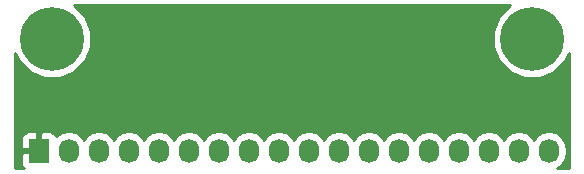
<source format=gbr>
G04 #@! TF.FileFunction,Copper,L2,Bot,Signal*
%FSLAX46Y46*%
G04 Gerber Fmt 4.6, Leading zero omitted, Abs format (unit mm)*
G04 Created by KiCad (PCBNEW 4.0.2-stable) date 12/13/2016 12:23:09 PM*
%MOMM*%
G01*
G04 APERTURE LIST*
%ADD10C,0.100000*%
%ADD11R,1.727200X2.032000*%
%ADD12O,1.727200X2.032000*%
%ADD13C,5.400000*%
%ADD14C,0.254000*%
G04 APERTURE END LIST*
D10*
D11*
X148501100Y-105003600D03*
D12*
X151041100Y-105003600D03*
X153581100Y-105003600D03*
X156121100Y-105003600D03*
X158661100Y-105003600D03*
X161201100Y-105003600D03*
X163741100Y-105003600D03*
X166281100Y-105003600D03*
X168821100Y-105003600D03*
X171361100Y-105003600D03*
X173901100Y-105003600D03*
X176441100Y-105003600D03*
X178981100Y-105003600D03*
X181521100Y-105003600D03*
X184061100Y-105003600D03*
X186601100Y-105003600D03*
X189141100Y-105003600D03*
X191681100Y-105003600D03*
D13*
X149606000Y-95504000D03*
X190246000Y-95504000D03*
D14*
G36*
X188359342Y-92675076D02*
X187420373Y-93612407D01*
X186911580Y-94837717D01*
X186910422Y-96164462D01*
X187417076Y-97390658D01*
X188354407Y-98329627D01*
X189579717Y-98838420D01*
X190906462Y-98839578D01*
X192132658Y-98332924D01*
X193071627Y-97395593D01*
X193346000Y-96734829D01*
X193346000Y-106478000D01*
X192396573Y-106478000D01*
X192740770Y-106248015D01*
X193065626Y-105761834D01*
X193179700Y-105188345D01*
X193179700Y-104818855D01*
X193065626Y-104245366D01*
X192740770Y-103759185D01*
X192254589Y-103434329D01*
X191681100Y-103320255D01*
X191107611Y-103434329D01*
X190621430Y-103759185D01*
X190411100Y-104073966D01*
X190200770Y-103759185D01*
X189714589Y-103434329D01*
X189141100Y-103320255D01*
X188567611Y-103434329D01*
X188081430Y-103759185D01*
X187871100Y-104073966D01*
X187660770Y-103759185D01*
X187174589Y-103434329D01*
X186601100Y-103320255D01*
X186027611Y-103434329D01*
X185541430Y-103759185D01*
X185331100Y-104073966D01*
X185120770Y-103759185D01*
X184634589Y-103434329D01*
X184061100Y-103320255D01*
X183487611Y-103434329D01*
X183001430Y-103759185D01*
X182791100Y-104073966D01*
X182580770Y-103759185D01*
X182094589Y-103434329D01*
X181521100Y-103320255D01*
X180947611Y-103434329D01*
X180461430Y-103759185D01*
X180251100Y-104073966D01*
X180040770Y-103759185D01*
X179554589Y-103434329D01*
X178981100Y-103320255D01*
X178407611Y-103434329D01*
X177921430Y-103759185D01*
X177711100Y-104073966D01*
X177500770Y-103759185D01*
X177014589Y-103434329D01*
X176441100Y-103320255D01*
X175867611Y-103434329D01*
X175381430Y-103759185D01*
X175171100Y-104073966D01*
X174960770Y-103759185D01*
X174474589Y-103434329D01*
X173901100Y-103320255D01*
X173327611Y-103434329D01*
X172841430Y-103759185D01*
X172631100Y-104073966D01*
X172420770Y-103759185D01*
X171934589Y-103434329D01*
X171361100Y-103320255D01*
X170787611Y-103434329D01*
X170301430Y-103759185D01*
X170091100Y-104073966D01*
X169880770Y-103759185D01*
X169394589Y-103434329D01*
X168821100Y-103320255D01*
X168247611Y-103434329D01*
X167761430Y-103759185D01*
X167551100Y-104073966D01*
X167340770Y-103759185D01*
X166854589Y-103434329D01*
X166281100Y-103320255D01*
X165707611Y-103434329D01*
X165221430Y-103759185D01*
X165011100Y-104073966D01*
X164800770Y-103759185D01*
X164314589Y-103434329D01*
X163741100Y-103320255D01*
X163167611Y-103434329D01*
X162681430Y-103759185D01*
X162471100Y-104073966D01*
X162260770Y-103759185D01*
X161774589Y-103434329D01*
X161201100Y-103320255D01*
X160627611Y-103434329D01*
X160141430Y-103759185D01*
X159931100Y-104073966D01*
X159720770Y-103759185D01*
X159234589Y-103434329D01*
X158661100Y-103320255D01*
X158087611Y-103434329D01*
X157601430Y-103759185D01*
X157391100Y-104073966D01*
X157180770Y-103759185D01*
X156694589Y-103434329D01*
X156121100Y-103320255D01*
X155547611Y-103434329D01*
X155061430Y-103759185D01*
X154851100Y-104073966D01*
X154640770Y-103759185D01*
X154154589Y-103434329D01*
X153581100Y-103320255D01*
X153007611Y-103434329D01*
X152521430Y-103759185D01*
X152311100Y-104073966D01*
X152100770Y-103759185D01*
X151614589Y-103434329D01*
X151041100Y-103320255D01*
X150467611Y-103434329D01*
X149981430Y-103759185D01*
X149966600Y-103781380D01*
X149903027Y-103627901D01*
X149724398Y-103449273D01*
X149491009Y-103352600D01*
X148786850Y-103352600D01*
X148628100Y-103511350D01*
X148628100Y-104876600D01*
X148648100Y-104876600D01*
X148648100Y-105130600D01*
X148628100Y-105130600D01*
X148628100Y-105150600D01*
X148374100Y-105150600D01*
X148374100Y-105130600D01*
X147161250Y-105130600D01*
X147002500Y-105289350D01*
X147002500Y-106145910D01*
X147099173Y-106379299D01*
X147197875Y-106478000D01*
X146506000Y-106478000D01*
X146506000Y-103861290D01*
X147002500Y-103861290D01*
X147002500Y-104717850D01*
X147161250Y-104876600D01*
X148374100Y-104876600D01*
X148374100Y-103511350D01*
X148215350Y-103352600D01*
X147511191Y-103352600D01*
X147277802Y-103449273D01*
X147099173Y-103627901D01*
X147002500Y-103861290D01*
X146506000Y-103861290D01*
X146506000Y-96734604D01*
X146777076Y-97390658D01*
X147714407Y-98329627D01*
X148939717Y-98838420D01*
X150266462Y-98839578D01*
X151492658Y-98332924D01*
X152431627Y-97395593D01*
X152940420Y-96170283D01*
X152941578Y-94843538D01*
X152434924Y-93617342D01*
X151497593Y-92678373D01*
X151448529Y-92658000D01*
X188400669Y-92658000D01*
X188359342Y-92675076D01*
X188359342Y-92675076D01*
G37*
X188359342Y-92675076D02*
X187420373Y-93612407D01*
X186911580Y-94837717D01*
X186910422Y-96164462D01*
X187417076Y-97390658D01*
X188354407Y-98329627D01*
X189579717Y-98838420D01*
X190906462Y-98839578D01*
X192132658Y-98332924D01*
X193071627Y-97395593D01*
X193346000Y-96734829D01*
X193346000Y-106478000D01*
X192396573Y-106478000D01*
X192740770Y-106248015D01*
X193065626Y-105761834D01*
X193179700Y-105188345D01*
X193179700Y-104818855D01*
X193065626Y-104245366D01*
X192740770Y-103759185D01*
X192254589Y-103434329D01*
X191681100Y-103320255D01*
X191107611Y-103434329D01*
X190621430Y-103759185D01*
X190411100Y-104073966D01*
X190200770Y-103759185D01*
X189714589Y-103434329D01*
X189141100Y-103320255D01*
X188567611Y-103434329D01*
X188081430Y-103759185D01*
X187871100Y-104073966D01*
X187660770Y-103759185D01*
X187174589Y-103434329D01*
X186601100Y-103320255D01*
X186027611Y-103434329D01*
X185541430Y-103759185D01*
X185331100Y-104073966D01*
X185120770Y-103759185D01*
X184634589Y-103434329D01*
X184061100Y-103320255D01*
X183487611Y-103434329D01*
X183001430Y-103759185D01*
X182791100Y-104073966D01*
X182580770Y-103759185D01*
X182094589Y-103434329D01*
X181521100Y-103320255D01*
X180947611Y-103434329D01*
X180461430Y-103759185D01*
X180251100Y-104073966D01*
X180040770Y-103759185D01*
X179554589Y-103434329D01*
X178981100Y-103320255D01*
X178407611Y-103434329D01*
X177921430Y-103759185D01*
X177711100Y-104073966D01*
X177500770Y-103759185D01*
X177014589Y-103434329D01*
X176441100Y-103320255D01*
X175867611Y-103434329D01*
X175381430Y-103759185D01*
X175171100Y-104073966D01*
X174960770Y-103759185D01*
X174474589Y-103434329D01*
X173901100Y-103320255D01*
X173327611Y-103434329D01*
X172841430Y-103759185D01*
X172631100Y-104073966D01*
X172420770Y-103759185D01*
X171934589Y-103434329D01*
X171361100Y-103320255D01*
X170787611Y-103434329D01*
X170301430Y-103759185D01*
X170091100Y-104073966D01*
X169880770Y-103759185D01*
X169394589Y-103434329D01*
X168821100Y-103320255D01*
X168247611Y-103434329D01*
X167761430Y-103759185D01*
X167551100Y-104073966D01*
X167340770Y-103759185D01*
X166854589Y-103434329D01*
X166281100Y-103320255D01*
X165707611Y-103434329D01*
X165221430Y-103759185D01*
X165011100Y-104073966D01*
X164800770Y-103759185D01*
X164314589Y-103434329D01*
X163741100Y-103320255D01*
X163167611Y-103434329D01*
X162681430Y-103759185D01*
X162471100Y-104073966D01*
X162260770Y-103759185D01*
X161774589Y-103434329D01*
X161201100Y-103320255D01*
X160627611Y-103434329D01*
X160141430Y-103759185D01*
X159931100Y-104073966D01*
X159720770Y-103759185D01*
X159234589Y-103434329D01*
X158661100Y-103320255D01*
X158087611Y-103434329D01*
X157601430Y-103759185D01*
X157391100Y-104073966D01*
X157180770Y-103759185D01*
X156694589Y-103434329D01*
X156121100Y-103320255D01*
X155547611Y-103434329D01*
X155061430Y-103759185D01*
X154851100Y-104073966D01*
X154640770Y-103759185D01*
X154154589Y-103434329D01*
X153581100Y-103320255D01*
X153007611Y-103434329D01*
X152521430Y-103759185D01*
X152311100Y-104073966D01*
X152100770Y-103759185D01*
X151614589Y-103434329D01*
X151041100Y-103320255D01*
X150467611Y-103434329D01*
X149981430Y-103759185D01*
X149966600Y-103781380D01*
X149903027Y-103627901D01*
X149724398Y-103449273D01*
X149491009Y-103352600D01*
X148786850Y-103352600D01*
X148628100Y-103511350D01*
X148628100Y-104876600D01*
X148648100Y-104876600D01*
X148648100Y-105130600D01*
X148628100Y-105130600D01*
X148628100Y-105150600D01*
X148374100Y-105150600D01*
X148374100Y-105130600D01*
X147161250Y-105130600D01*
X147002500Y-105289350D01*
X147002500Y-106145910D01*
X147099173Y-106379299D01*
X147197875Y-106478000D01*
X146506000Y-106478000D01*
X146506000Y-103861290D01*
X147002500Y-103861290D01*
X147002500Y-104717850D01*
X147161250Y-104876600D01*
X148374100Y-104876600D01*
X148374100Y-103511350D01*
X148215350Y-103352600D01*
X147511191Y-103352600D01*
X147277802Y-103449273D01*
X147099173Y-103627901D01*
X147002500Y-103861290D01*
X146506000Y-103861290D01*
X146506000Y-96734604D01*
X146777076Y-97390658D01*
X147714407Y-98329627D01*
X148939717Y-98838420D01*
X150266462Y-98839578D01*
X151492658Y-98332924D01*
X152431627Y-97395593D01*
X152940420Y-96170283D01*
X152941578Y-94843538D01*
X152434924Y-93617342D01*
X151497593Y-92678373D01*
X151448529Y-92658000D01*
X188400669Y-92658000D01*
X188359342Y-92675076D01*
M02*

</source>
